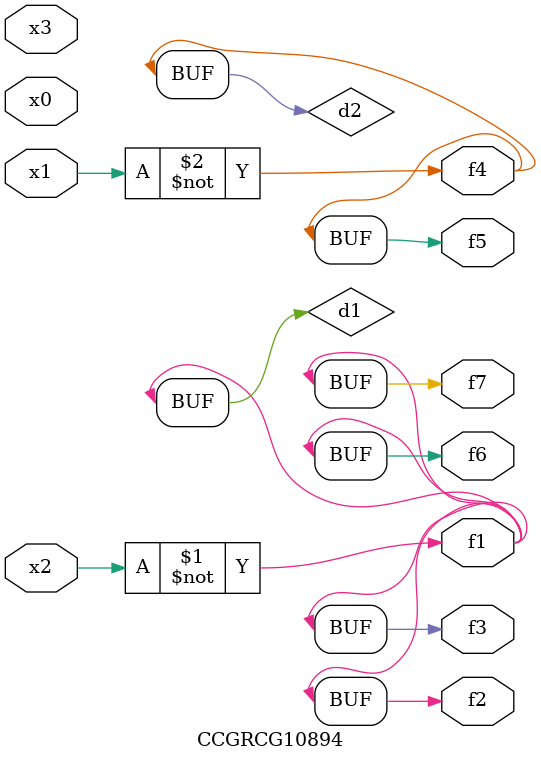
<source format=v>
module CCGRCG10894(
	input x0, x1, x2, x3,
	output f1, f2, f3, f4, f5, f6, f7
);

	wire d1, d2;

	xnor (d1, x2);
	not (d2, x1);
	assign f1 = d1;
	assign f2 = d1;
	assign f3 = d1;
	assign f4 = d2;
	assign f5 = d2;
	assign f6 = d1;
	assign f7 = d1;
endmodule

</source>
